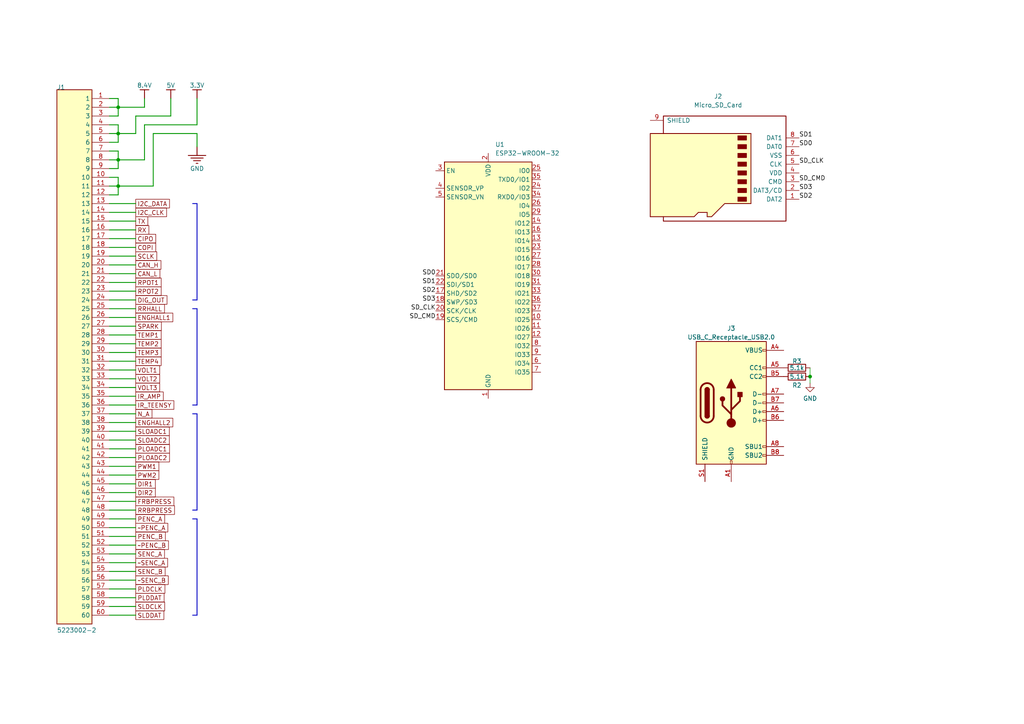
<source format=kicad_sch>
(kicad_sch (version 20230121) (generator eeschema)
  (paper "A4")
  (lib_symbols
    (symbol "Connector:Micro_SD_Card" (pin_names (offset 1.016))
      (property "Reference" "J" (at -16.51 15.24 0))
      (property "Value" "Micro_SD_Card" (at 16.51 15.24 0))
      (symbol "Micro_SD_Card_0_1"
        (rectangle (start -7.62 -9.525) (end -5.08 -10.795) (fill (type outline)))
        (rectangle (start -7.62 -6.985) (end -5.08 -8.255) (fill (type outline)))
        (rectangle (start -7.62 -4.445) (end -5.08 -5.715) (fill (type outline)))
        (rectangle (start -7.62 -1.905) (end -5.08 -3.175) (fill (type outline)))
        (rectangle (start -7.62 0.635) (end -5.08 -0.635) (fill (type outline)))
        (rectangle (start -7.62 3.175) (end -5.08 1.905) (fill (type outline)))
        (rectangle (start -7.62 5.715) (end -5.08 4.445) (fill (type outline)))
        (rectangle (start -7.62 8.255) (end -5.08 6.985) (fill (type outline)))
        (polyline (pts (xy 16.51 12.7) (xy 16.51 13.97) (xy -19.05 13.97) (xy -19.05 -16.51) (xy 16.51 -16.51) (xy 16.51 -11.43)) (stroke (width 0.254)))
        (polyline (pts (xy -8.89 -11.43) (xy -8.89 8.89) (xy -1.27 8.89) (xy 2.54 12.7) (xy 3.81 12.7) (xy 3.81 11.43) (xy 6.35 11.43) (xy 7.62 12.7) (xy 20.32 12.7) (xy 20.32 -11.43) (xy -8.89 -11.43)) (stroke (width 0.254)) (fill (type background)))
      )
      (symbol "Micro_SD_Card_1_1"
        (pin bidirectional line (at -22.86 7.62 0) (length 3.81) (name "DAT2") (number "1"))
        (pin bidirectional line (at -22.86 5.08 0) (length 3.81) (name "DAT3/CD") (number "2"))
        (pin input line (at -22.86 2.54 0) (length 3.81) (name "CMD") (number "3"))
        (pin power_in line (at -22.86 0 0) (length 3.81) (name "VDD") (number "4"))
        (pin input line (at -22.86 -2.54 0) (length 3.81) (name "CLK") (number "5"))
        (pin power_in line (at -22.86 -5.08 0) (length 3.81) (name "VSS") (number "6"))
        (pin bidirectional line (at -22.86 -7.62 0) (length 3.81) (name "DAT0") (number "7"))
        (pin bidirectional line (at -22.86 -10.16 0) (length 3.81) (name "DAT1") (number "8"))
        (pin passive line (at 20.32 -15.24 180) (length 3.81) (name "SHIELD") (number "9"))
      )
    )
    (symbol "Connector:USB_C_Receptacle_USB2.0" (pin_names (offset 1.016))
      (property "Reference" "J" (at -10.16 19.05 0))
      (property "Value" "USB_C_Receptacle_USB2.0" (at 19.05 19.05 0))
      (symbol "USB_C_Receptacle_USB2.0_0_0"
        (rectangle (start -0.254 -17.78) (end 0.254 -16.764))
        (rectangle (start 10.16 -14.986) (end 9.144 -15.494))
        (rectangle (start 10.16 -12.446) (end 9.144 -12.954))
        (rectangle (start 10.16 -4.826) (end 9.144 -5.334))
        (rectangle (start 10.16 -2.286) (end 9.144 -2.794))
        (rectangle (start 10.16 0.254) (end 9.144 -0.254))
        (rectangle (start 10.16 2.794) (end 9.144 2.286))
        (rectangle (start 10.16 7.874) (end 9.144 7.366))
        (rectangle (start 10.16 10.414) (end 9.144 9.906))
        (rectangle (start 10.16 15.494) (end 9.144 14.986))
      )
      (symbol "USB_C_Receptacle_USB2.0_0_1"
        (rectangle (start -10.16 17.78) (end 10.16 -17.78) (stroke (width 0.254)) (fill (type background)))
        (arc (start -8.89 -3.81) (mid -6.985 -5.7067) (end -5.08 -3.81) (stroke (width 0.508)))
        (arc (start -7.62 -3.81) (mid -6.985 -4.4423) (end -6.35 -3.81) (stroke (width 0.254)))
        (arc (start -7.62 -3.81) (mid -6.985 -4.4423) (end -6.35 -3.81) (stroke (width 0.254)) (fill (type outline)))
        (rectangle (start -7.62 -3.81) (end -6.35 3.81) (stroke (width 0.254)) (fill (type outline)))
        (arc (start -6.35 3.81) (mid -6.985 4.4423) (end -7.62 3.81) (stroke (width 0.254)))
        (arc (start -6.35 3.81) (mid -6.985 4.4423) (end -7.62 3.81) (stroke (width 0.254)) (fill (type outline)))
        (arc (start -5.08 3.81) (mid -6.985 5.7067) (end -8.89 3.81) (stroke (width 0.508)))
        (circle (center -2.54 1.143) (radius 0.635) (stroke (width 0.254)) (fill (type outline)))
        (circle (center 0 -5.842) (radius 1.27) (fill (type outline)))
        (polyline (pts (xy -8.89 -3.81) (xy -8.89 3.81)) (stroke (width 0.508)))
        (polyline (pts (xy -5.08 3.81) (xy -5.08 -3.81)) (stroke (width 0.508)))
        (polyline (pts (xy 0 -5.842) (xy 0 4.318)) (stroke (width 0.508)))
        (polyline (pts (xy 0 -3.302) (xy -2.54 -0.762) (xy -2.54 0.508)) (stroke (width 0.508)))
        (polyline (pts (xy 0 -2.032) (xy 2.54 0.508) (xy 2.54 1.778)) (stroke (width 0.508)))
        (polyline (pts (xy -1.27 4.318) (xy 0 6.858) (xy 1.27 4.318) (xy -1.27 4.318)) (stroke (width 0.254)) (fill (type outline)))
        (rectangle (start 1.905 1.778) (end 3.175 3.048) (stroke (width 0.254)) (fill (type outline)))
      )
      (symbol "USB_C_Receptacle_USB2.0_1_1"
        (pin passive line (at 0 -22.86 90) (length 5.08) (name "GND") (number "A1"))
        (pin passive line (at 0 -22.86 90) (length 5.08) hide (name "GND") (number "A12"))
        (pin passive line (at 15.24 15.24 180) (length 5.08) (name "VBUS") (number "A4"))
        (pin bidirectional line (at 15.24 10.16 180) (length 5.08) (name "CC1") (number "A5"))
        (pin bidirectional line (at 15.24 -2.54 180) (length 5.08) (name "D+") (number "A6"))
        (pin bidirectional line (at 15.24 2.54 180) (length 5.08) (name "D-") (number "A7"))
        (pin bidirectional line (at 15.24 -12.7 180) (length 5.08) (name "SBU1") (number "A8"))
        (pin passive line (at 15.24 15.24 180) (length 5.08) hide (name "VBUS") (number "A9"))
        (pin passive line (at 0 -22.86 90) (length 5.08) hide (name "GND") (number "B1"))
        (pin passive line (at 0 -22.86 90) (length 5.08) hide (name "GND") (number "B12"))
        (pin passive line (at 15.24 15.24 180) (length 5.08) hide (name "VBUS") (number "B4"))
        (pin bidirectional line (at 15.24 7.62 180) (length 5.08) (name "CC2") (number "B5"))
        (pin bidirectional line (at 15.24 -5.08 180) (length 5.08) (name "D+") (number "B6"))
        (pin bidirectional line (at 15.24 0 180) (length 5.08) (name "D-") (number "B7"))
        (pin bidirectional line (at 15.24 -15.24 180) (length 5.08) (name "SBU2") (number "B8"))
        (pin passive line (at 15.24 15.24 180) (length 5.08) hide (name "VBUS") (number "B9"))
        (pin passive line (at -7.62 -22.86 90) (length 5.08) (name "SHIELD") (number "S1"))
      )
    )
    (symbol "Device:R" (pin_numbers hide) (pin_names (offset 0))
      (property "Reference" "R" (at 2.032 0 90))
      (property "Value" "R" (at 0 0 90))
      (symbol "R_0_1"
        (rectangle (start -1.016 -2.54) (end 1.016 2.54) (stroke (width 0.254)))
      )
      (symbol "R_1_1"
        (pin passive line (at 0 3.81 270) (length 1.27) (name "~") (number "1"))
        (pin passive line (at 0 -3.81 90) (length 1.27) (name "~") (number "2"))
      )
    )
    (symbol "RF_Module:ESP32-WROOM-32"
      (property "Reference" "U" (at -12.7 34.29 0))
      (property "Value" "ESP32-WROOM-32" (at 1.27 34.29 0))
      (symbol "ESP32-WROOM-32_0_1"
        (rectangle (start -12.7 33.02) (end 12.7 -33.02) (stroke (width 0.254)) (fill (type background)))
      )
      (symbol "ESP32-WROOM-32_1_1"
        (pin power_in line (at 0 -35.56 90) (length 2.54) (name "GND") (number "1"))
        (pin bidirectional line (at 15.24 -12.7 180) (length 2.54) (name "IO25") (number "10"))
        (pin bidirectional line (at 15.24 -15.24 180) (length 2.54) (name "IO26") (number "11"))
        (pin bidirectional line (at 15.24 -17.78 180) (length 2.54) (name "IO27") (number "12"))
        (pin bidirectional line (at 15.24 10.16 180) (length 2.54) (name "IO14") (number "13"))
        (pin bidirectional line (at 15.24 15.24 180) (length 2.54) (name "IO12") (number "14"))
        (pin passive line (at 0 -35.56 90) (length 2.54) hide (name "GND") (number "15"))
        (pin bidirectional line (at 15.24 12.7 180) (length 2.54) (name "IO13") (number "16"))
        (pin bidirectional line (at -15.24 -5.08 0) (length 2.54) (name "SHD/SD2") (number "17"))
        (pin bidirectional line (at -15.24 -7.62 0) (length 2.54) (name "SWP/SD3") (number "18"))
        (pin bidirectional line (at -15.24 -12.7 0) (length 2.54) (name "SCS/CMD") (number "19"))
        (pin power_in line (at 0 35.56 270) (length 2.54) (name "VDD") (number "2"))
        (pin bidirectional line (at -15.24 -10.16 0) (length 2.54) (name "SCK/CLK") (number "20"))
        (pin bidirectional line (at -15.24 0 0) (length 2.54) (name "SDO/SD0") (number "21"))
        (pin bidirectional line (at -15.24 -2.54 0) (length 2.54) (name "SDI/SD1") (number "22"))
        (pin bidirectional line (at 15.24 7.62 180) (length 2.54) (name "IO15") (number "23"))
        (pin bidirectional line (at 15.24 25.4 180) (length 2.54) (name "IO2") (number "24"))
        (pin bidirectional line (at 15.24 30.48 180) (length 2.54) (name "IO0") (number "25"))
        (pin bidirectional line (at 15.24 20.32 180) (length 2.54) (name "IO4") (number "26"))
        (pin bidirectional line (at 15.24 5.08 180) (length 2.54) (name "IO16") (number "27"))
        (pin bidirectional line (at 15.24 2.54 180) (length 2.54) (name "IO17") (number "28"))
        (pin bidirectional line (at 15.24 17.78 180) (length 2.54) (name "IO5") (number "29"))
        (pin input line (at -15.24 30.48 0) (length 2.54) (name "EN") (number "3"))
        (pin bidirectional line (at 15.24 0 180) (length 2.54) (name "IO18") (number "30"))
        (pin bidirectional line (at 15.24 -2.54 180) (length 2.54) (name "IO19") (number "31"))
        (pin no_connect line (at -12.7 -27.94 0) (length 2.54) hide (name "NC") (number "32"))
        (pin bidirectional line (at 15.24 -5.08 180) (length 2.54) (name "IO21") (number "33"))
        (pin bidirectional line (at 15.24 22.86 180) (length 2.54) (name "RXD0/IO3") (number "34"))
        (pin bidirectional line (at 15.24 27.94 180) (length 2.54) (name "TXD0/IO1") (number "35"))
        (pin bidirectional line (at 15.24 -7.62 180) (length 2.54) (name "IO22") (number "36"))
        (pin bidirectional line (at 15.24 -10.16 180) (length 2.54) (name "IO23") (number "37"))
        (pin passive line (at 0 -35.56 90) (length 2.54) hide (name "GND") (number "38"))
        (pin passive line (at 0 -35.56 90) (length 2.54) hide (name "GND") (number "39"))
        (pin input line (at -15.24 25.4 0) (length 2.54) (name "SENSOR_VP") (number "4"))
        (pin input line (at -15.24 22.86 0) (length 2.54) (name "SENSOR_VN") (number "5"))
        (pin input line (at 15.24 -25.4 180) (length 2.54) (name "IO34") (number "6"))
        (pin input line (at 15.24 -27.94 180) (length 2.54) (name "IO35") (number "7"))
        (pin bidirectional line (at 15.24 -20.32 180) (length 2.54) (name "IO32") (number "8"))
        (pin bidirectional line (at 15.24 -22.86 180) (length 2.54) (name "IO33") (number "9"))
      )
    )
    (symbol "power:GND" (power) (pin_names (offset 0))
      (property "Value" "GND" (at 0 -3.81 0))
      (symbol "GND_0_1"
        (polyline (pts (xy 0 0) (xy 0 -1.27) (xy 1.27 -1.27) (xy 0 -2.54) (xy -1.27 -1.27) (xy 0 -1.27)))
      )
      (symbol "GND_1_1"
        (pin power_in line (at 0 0 270) (length 0) hide (name "GND") (number "1"))
      )
    )
    (symbol "semiactive-altium-import:0_mirrored_5223002-2"
      (property "Value" "0_mirrored_5223002-2" (at 0 0 0))
      (symbol "0_mirrored_5223002-2_1_0"
        (rectangle (start 5.08 78.74) (end -5.08 -76.2) (stroke (width 0.254)) (fill (type background)))
        (pin passive line (at 10.16 76.2 180) (length 5.08) (name "1") (number "1"))
        (pin passive line (at 10.16 53.34 180) (length 5.08) (name "10") (number "10"))
        (pin passive line (at 10.16 50.8 180) (length 5.08) (name "11") (number "11"))
        (pin passive line (at 10.16 48.26 180) (length 5.08) (name "12") (number "12"))
        (pin passive line (at 10.16 45.72 180) (length 5.08) (name "13") (number "13"))
        (pin passive line (at 10.16 43.18 180) (length 5.08) (name "14") (number "14"))
        (pin passive line (at 10.16 40.64 180) (length 5.08) (name "15") (number "15"))
        (pin passive line (at 10.16 38.1 180) (length 5.08) (name "16") (number "16"))
        (pin passive line (at 10.16 35.56 180) (length 5.08) (name "17") (number "17"))
        (pin passive line (at 10.16 33.02 180) (length 5.08) (name "18") (number "18"))
        (pin passive line (at 10.16 30.48 180) (length 5.08) (name "19") (number "19"))
        (pin passive line (at 10.16 73.66 180) (length 5.08) (name "2") (number "2"))
        (pin passive line (at 10.16 27.94 180) (length 5.08) (name "20") (number "20"))
        (pin passive line (at 10.16 25.4 180) (length 5.08) (name "21") (number "21"))
        (pin passive line (at 10.16 22.86 180) (length 5.08) (name "22") (number "22"))
        (pin passive line (at 10.16 20.32 180) (length 5.08) (name "23") (number "23"))
        (pin passive line (at 10.16 17.78 180) (length 5.08) (name "24") (number "24"))
        (pin passive line (at 10.16 15.24 180) (length 5.08) (name "25") (number "25"))
        (pin passive line (at 10.16 12.7 180) (length 5.08) (name "26") (number "26"))
        (pin passive line (at 10.16 10.16 180) (length 5.08) (name "27") (number "27"))
        (pin passive line (at 10.16 7.62 180) (length 5.08) (name "28") (number "28"))
        (pin passive line (at 10.16 5.08 180) (length 5.08) (name "29") (number "29"))
        (pin passive line (at 10.16 71.12 180) (length 5.08) (name "3") (number "3"))
        (pin passive line (at 10.16 2.54 180) (length 5.08) (name "30") (number "30"))
        (pin passive line (at 10.16 0 180) (length 5.08) (name "31") (number "31"))
        (pin passive line (at 10.16 -2.54 180) (length 5.08) (name "32") (number "32"))
        (pin passive line (at 10.16 -5.08 180) (length 5.08) (name "33") (number "33"))
        (pin passive line (at 10.16 -7.62 180) (length 5.08) (name "34") (number "34"))
        (pin passive line (at 10.16 -10.16 180) (length 5.08) (name "35") (number "35"))
        (pin passive line (at 10.16 -12.7 180) (length 5.08) (name "36") (number "36"))
        (pin passive line (at 10.16 -15.24 180) (length 5.08) (name "37") (number "37"))
        (pin passive line (at 10.16 -17.78 180) (length 5.08) (name "38") (number "38"))
        (pin passive line (at 10.16 -20.32 180) (length 5.08) (name "39") (number "39"))
        (pin passive line (at 10.16 68.58 180) (length 5.08) (name "4") (number "4"))
        (pin passive line (at 10.16 -22.86 180) (length 5.08) (name "40") (number "40"))
        (pin passive line (at 10.16 -25.4 180) (length 5.08) (name "41") (number "41"))
        (pin passive line (at 10.16 -27.94 180) (length 5.08) (name "42") (number "42"))
        (pin passive line (at 10.16 -30.48 180) (length 5.08) (name "43") (number "43"))
        (pin passive line (at 10.16 -33.02 180) (length 5.08) (name "44") (number "44"))
        (pin passive line (at 10.16 -35.56 180) (length 5.08) (name "45") (number "45"))
        (pin passive line (at 10.16 -38.1 180) (length 5.08) (name "46") (number "46"))
        (pin passive line (at 10.16 -40.64 180) (length 5.08) (name "47") (number "47"))
        (pin passive line (at 10.16 -43.18 180) (length 5.08) (name "48") (number "48"))
        (pin passive line (at 10.16 -45.72 180) (length 5.08) (name "49") (number "49"))
        (pin passive line (at 10.16 66.04 180) (length 5.08) (name "5") (number "5"))
        (pin passive line (at 10.16 -48.26 180) (length 5.08) (name "50") (number "50"))
        (pin passive line (at 10.16 -50.8 180) (length 5.08) (name "51") (number "51"))
        (pin passive line (at 10.16 -53.34 180) (length 5.08) (name "52") (number "52"))
        (pin passive line (at 10.16 -55.88 180) (length 5.08) (name "53") (number "53"))
        (pin passive line (at 10.16 -58.42 180) (length 5.08) (name "54") (number "54"))
        (pin passive line (at 10.16 -60.96 180) (length 5.08) (name "55") (number "55"))
        (pin passive line (at 10.16 -63.5 180) (length 5.08) (name "56") (number "56"))
        (pin passive line (at 10.16 -66.04 180) (length 5.08) (name "57") (number "57"))
        (pin passive line (at 10.16 -68.58 180) (length 5.08) (name "58") (number "58"))
        (pin passive line (at 10.16 -71.12 180) (length 5.08) (name "59") (number "59"))
        (pin passive line (at 10.16 63.5 180) (length 5.08) (name "6") (number "6"))
        (pin passive line (at 10.16 -73.66 180) (length 5.08) (name "60") (number "60"))
        (pin passive line (at 10.16 60.96 180) (length 5.08) (name "7") (number "7"))
        (pin passive line (at 10.16 58.42 180) (length 5.08) (name "8") (number "8"))
        (pin passive line (at 10.16 55.88 180) (length 5.08) (name "9") (number "9"))
      )
    )
    (symbol "semiactive-altium-import:3.3V" (power)
      (property "Reference" "#PWR" (at 0 0 0))
      (property "Value" "3.3V" (at 0 3.81 0))
      (symbol "3.3V_0_0"
        (polyline (pts (xy -1.27 -2.54) (xy 1.27 -2.54)) (stroke (width 0.254)))
        (polyline (pts (xy 0 0) (xy 0 -2.54)) (stroke (width 0.254)))
        (pin power_in line (at 0 0 0) (length 0) hide (name "3.3V") (number ""))
      )
    )
    (symbol "semiactive-altium-import:5V" (power)
      (property "Reference" "#PWR" (at 0 0 0))
      (property "Value" "5V" (at 0 3.81 0))
      (symbol "5V_0_0"
        (polyline (pts (xy -1.27 -2.54) (xy 1.27 -2.54)) (stroke (width 0.254)))
        (polyline (pts (xy 0 0) (xy 0 -2.54)) (stroke (width 0.254)))
        (pin power_in line (at 0 0 0) (length 0) hide (name "5V") (number ""))
      )
    )
    (symbol "semiactive-altium-import:8.4V" (power)
      (property "Reference" "#PWR" (at 0 0 0))
      (property "Value" "8.4V" (at 0 3.81 0))
      (symbol "8.4V_0_0"
        (polyline (pts (xy -1.27 -2.54) (xy 1.27 -2.54)) (stroke (width 0.254)))
        (polyline (pts (xy 0 0) (xy 0 -2.54)) (stroke (width 0.254)))
        (pin power_in line (at 0 0 0) (length 0) hide (name "8.4V") (number ""))
      )
    )
    (symbol "semiactive-altium-import:GND" (power)
      (property "Reference" "#PWR" (at 0 0 0))
      (property "Value" "GND" (at 0 6.35 0))
      (symbol "GND_0_0"
        (polyline (pts (xy -2.54 -2.54) (xy 2.54 -2.54)) (stroke (width 0.254)))
        (polyline (pts (xy -1.778 -3.302) (xy 1.778 -3.302)) (stroke (width 0.254)))
        (polyline (pts (xy -1.016 -4.064) (xy 1.016 -4.064)) (stroke (width 0.254)))
        (polyline (pts (xy -0.254 -4.826) (xy 0.254 -4.826)) (stroke (width 0.254)))
        (polyline (pts (xy 0 0) (xy 0 -2.54)) (stroke (width 0.254)))
        (pin power_in line (at 0 0 0) (length 0) hide (name "GND") (number ""))
      )
    )
  )
  (junction (at 34.29 46.355))
  (junction (at 34.29 31.115))
  (junction (at 234.95 109.22))
  (junction (at 34.29 53.975))
  (junction (at 34.29 38.735))
  (wire (pts (xy 39.37 97.155) (xy 31.75 97.155)) (stroke (width 0.254)))
  (wire (pts (xy 39.37 71.755) (xy 31.75 71.755)) (stroke (width 0.254)))
  (polyline (pts (xy 57.15 86.995) (xy 55.88 86.995)) (stroke (width 0.254) (type solid)))
  (wire (pts (xy 44.45 38.735) (xy 57.15 38.735)) (stroke (width 0.254)))
  (wire (pts (xy 31.75 140.335) (xy 39.37 140.335)) (stroke (width 0.254)))
  (wire (pts (xy 39.37 127.635) (xy 31.75 127.635)) (stroke (width 0.254)))
  (polyline (pts (xy 57.15 150.495) (xy 57.15 178.435)) (stroke (width 0.254) (type solid)))
  (wire (pts (xy 31.75 56.515) (xy 34.29 56.515)) (stroke (width 0.254)))
  (polyline (pts (xy 57.15 89.535) (xy 57.15 117.475)) (stroke (width 0.254) (type solid)))
  (wire (pts (xy 39.37 107.315) (xy 31.75 107.315)) (stroke (width 0.254)))
  (wire (pts (xy 44.45 53.975) (xy 44.45 38.735)) (stroke (width 0.254)))
  (wire (pts (xy 39.37 163.195) (xy 31.75 163.195)) (stroke (width 0.254)))
  (wire (pts (xy 34.29 51.435) (xy 31.75 51.435)) (stroke (width 0.254)))
  (wire (pts (xy 39.37 132.715) (xy 31.75 132.715)) (stroke (width 0.254)))
  (wire (pts (xy 34.29 28.575) (xy 31.75 28.575)) (stroke (width 0.254)))
  (wire (pts (xy 234.95 109.22) (xy 234.95 111.125)))
  (wire (pts (xy 39.37 114.935) (xy 31.75 114.935)) (stroke (width 0.254)))
  (wire (pts (xy 39.37 102.235) (xy 31.75 102.235)) (stroke (width 0.254)))
  (wire (pts (xy 31.75 36.195) (xy 34.29 36.195)) (stroke (width 0.254)))
  (wire (pts (xy 31.75 135.255) (xy 39.37 135.255)) (stroke (width 0.254)))
  (wire (pts (xy 39.37 130.175) (xy 31.75 130.175)) (stroke (width 0.254)))
  (wire (pts (xy 31.75 31.115) (xy 34.29 31.115)) (stroke (width 0.254)))
  (wire (pts (xy 39.37 74.295) (xy 31.75 74.295)) (stroke (width 0.254)))
  (wire (pts (xy 34.29 46.355) (xy 34.29 48.895)) (stroke (width 0.254)))
  (wire (pts (xy 39.37 86.995) (xy 31.75 86.995)) (stroke (width 0.254)))
  (wire (pts (xy 34.29 38.735) (xy 39.37 38.735)) (stroke (width 0.254)))
  (wire (pts (xy 39.37 122.555) (xy 31.75 122.555)) (stroke (width 0.254)))
  (wire (pts (xy 39.37 153.035) (xy 31.75 153.035)) (stroke (width 0.254)))
  (wire (pts (xy 34.29 56.515) (xy 34.29 53.975)) (stroke (width 0.254)))
  (polyline (pts (xy 57.15 117.475) (xy 55.88 117.475)) (stroke (width 0.254) (type solid)))
  (wire (pts (xy 31.75 173.355) (xy 39.37 173.355)) (stroke (width 0.254)))
  (wire (pts (xy 234.95 106.68) (xy 234.95 109.22)))
  (wire (pts (xy 49.53 33.655) (xy 49.53 28.575)) (stroke (width 0.254)))
  (wire (pts (xy 34.29 53.975) (xy 31.75 53.975)) (stroke (width 0.254)))
  (wire (pts (xy 39.37 69.215) (xy 31.75 69.215)) (stroke (width 0.254)))
  (wire (pts (xy 34.29 41.275) (xy 31.75 41.275)) (stroke (width 0.254)))
  (wire (pts (xy 39.37 61.595) (xy 31.75 61.595)) (stroke (width 0.254)))
  (wire (pts (xy 34.29 33.655) (xy 31.75 33.655)) (stroke (width 0.254)))
  (polyline (pts (xy 57.15 59.055) (xy 55.88 59.055)) (stroke (width 0.254) (type solid)))
  (wire (pts (xy 39.37 145.415) (xy 31.75 145.415)) (stroke (width 0.254)))
  (wire (pts (xy 39.37 79.375) (xy 31.75 79.375)) (stroke (width 0.254)))
  (polyline (pts (xy 57.15 120.015) (xy 55.88 120.015)) (stroke (width 0.254) (type solid)))
  (wire (pts (xy 34.29 43.815) (xy 34.29 46.355)) (stroke (width 0.254)))
  (wire (pts (xy 41.91 46.355) (xy 41.91 36.195)) (stroke (width 0.254)))
  (wire (pts (xy 39.37 81.915) (xy 31.75 81.915)) (stroke (width 0.254)))
  (wire (pts (xy 39.37 165.735) (xy 31.75 165.735)) (stroke (width 0.254)))
  (wire (pts (xy 39.37 155.575) (xy 31.75 155.575)) (stroke (width 0.254)))
  (wire (pts (xy 31.75 43.815) (xy 34.29 43.815)) (stroke (width 0.254)))
  (wire (pts (xy 39.37 158.115) (xy 31.75 158.115)) (stroke (width 0.254)))
  (wire (pts (xy 34.29 31.115) (xy 34.29 33.655)) (stroke (width 0.254)))
  (wire (pts (xy 34.29 53.975) (xy 44.45 53.975)) (stroke (width 0.254)))
  (wire (pts (xy 31.75 178.435) (xy 39.37 178.435)) (stroke (width 0.254)))
  (wire (pts (xy 41.91 31.115) (xy 41.91 28.575)) (stroke (width 0.254)))
  (polyline (pts (xy 57.15 120.015) (xy 57.15 147.955)) (stroke (width 0.254) (type solid)))
  (wire (pts (xy 34.29 38.735) (xy 34.29 41.275)) (stroke (width 0.254)))
  (wire (pts (xy 39.37 125.095) (xy 31.75 125.095)) (stroke (width 0.254)))
  (wire (pts (xy 39.37 168.275) (xy 31.75 168.275)) (stroke (width 0.254)))
  (wire (pts (xy 39.37 64.135) (xy 31.75 64.135)) (stroke (width 0.254)))
  (polyline (pts (xy 57.15 178.435) (xy 55.88 178.435)) (stroke (width 0.254) (type solid)))
  (wire (pts (xy 39.37 160.655) (xy 31.75 160.655)) (stroke (width 0.254)))
  (wire (pts (xy 39.37 99.695) (xy 31.75 99.695)) (stroke (width 0.254)))
  (wire (pts (xy 39.37 38.735) (xy 39.37 33.655)) (stroke (width 0.254)))
  (wire (pts (xy 57.15 38.735) (xy 57.15 42.545)) (stroke (width 0.254)))
  (wire (pts (xy 34.29 36.195) (xy 34.29 38.735)) (stroke (width 0.254)))
  (wire (pts (xy 41.91 36.195) (xy 57.15 36.195)) (stroke (width 0.254)))
  (wire (pts (xy 39.37 150.495) (xy 31.75 150.495)) (stroke (width 0.254)))
  (wire (pts (xy 39.37 104.775) (xy 31.75 104.775)) (stroke (width 0.254)))
  (wire (pts (xy 39.37 66.675) (xy 31.75 66.675)) (stroke (width 0.254)))
  (wire (pts (xy 31.75 120.015) (xy 39.37 120.015)) (stroke (width 0.254)))
  (wire (pts (xy 39.37 84.455) (xy 31.75 84.455)) (stroke (width 0.254)))
  (wire (pts (xy 34.29 46.355) (xy 31.75 46.355)) (stroke (width 0.254)))
  (wire (pts (xy 39.37 147.955) (xy 31.75 147.955)) (stroke (width 0.254)))
  (wire (pts (xy 39.37 142.875) (xy 31.75 142.875)) (stroke (width 0.254)))
  (wire (pts (xy 34.29 46.355) (xy 41.91 46.355)) (stroke (width 0.254)))
  (wire (pts (xy 34.29 38.735) (xy 31.75 38.735)) (stroke (width 0.254)))
  (wire (pts (xy 39.37 112.395) (xy 31.75 112.395)) (stroke (width 0.254)))
  (wire (pts (xy 34.29 31.115) (xy 34.29 28.575)) (stroke (width 0.254)))
  (wire (pts (xy 57.15 36.195) (xy 57.15 28.575)) (stroke (width 0.254)))
  (wire (pts (xy 34.29 31.115) (xy 41.91 31.115)) (stroke (width 0.254)))
  (wire (pts (xy 39.37 59.055) (xy 31.75 59.055)) (stroke (width 0.254)))
  (polyline (pts (xy 57.15 59.055) (xy 57.15 86.995)) (stroke (width 0.254) (type solid)))
  (polyline (pts (xy 57.15 89.535) (xy 55.88 89.535)) (stroke (width 0.254) (type solid)))
  (wire (pts (xy 39.37 92.075) (xy 31.75 92.075)) (stroke (width 0.254)))
  (wire (pts (xy 31.75 175.895) (xy 39.37 175.895)) (stroke (width 0.254)))
  (wire (pts (xy 39.37 109.855) (xy 31.75 109.855)) (stroke (width 0.254)))
  (wire (pts (xy 39.37 33.655) (xy 49.53 33.655)) (stroke (width 0.254)))
  (wire (pts (xy 34.29 53.975) (xy 34.29 51.435)) (stroke (width 0.254)))
  (wire (pts (xy 39.37 117.475) (xy 31.75 117.475)) (stroke (width 0.254)))
  (wire (pts (xy 34.29 48.895) (xy 31.75 48.895)) (stroke (width 0.254)))
  (polyline (pts (xy 57.15 147.955) (xy 55.88 147.955)) (stroke (width 0.254) (type solid)))
  (wire (pts (xy 39.37 94.615) (xy 31.75 94.615)) (stroke (width 0.254)))
  (wire (pts (xy 31.75 170.815) (xy 39.37 170.815)) (stroke (width 0.254)))
  (polyline (pts (xy 57.15 150.495) (xy 55.88 150.495)) (stroke (width 0.254) (type solid)))
  (wire (pts (xy 39.37 76.835) (xy 31.75 76.835)) (stroke (width 0.254)))
  (wire (pts (xy 31.75 137.795) (xy 39.37 137.795)) (stroke (width 0.254)))
  (wire (pts (xy 39.37 89.535) (xy 31.75 89.535)) (stroke (width 0.254)))
  (label "SD_CLK" (at 126.365 90.17 180))
  (label "SD0" (at 126.365 80.01 180))
  (label "SD_CMD" (at 126.365 92.71 180))
  (label "SD2" (at 231.775 57.785 0))
  (label "SD3" (at 231.775 55.245 0))
  (label "SD3" (at 126.365 87.63 180))
  (label "SD0" (at 231.775 42.545 0))
  (label "SD_CMD" (at 231.775 52.705 0))
  (label "SD1" (at 126.365 82.55 180))
  (label "SD_CLK" (at 231.775 47.625 0))
  (label "SD1" (at 231.775 40.005 0))
  (label "SD2" (at 126.365 85.09 180))
  (global_label "CAN_L" (shape passive) (at 39.37 79.375 0) (property "Intersheetrefs" "${INTERSHEET_REFS}" (effects hide)))
  (global_label "SLDDAT" (shape passive) (at 39.37 178.435 0) (property "Intersheetrefs" "${INTERSHEET_REFS}" (effects hide)))
  (global_label "I2C_DATA" (shape passive) (at 39.37 59.055 0) (property "Intersheetrefs" "${INTERSHEET_REFS}" (effects hide)))
  (global_label "I2C_CLK" (shape passive) (at 39.37 61.595 0) (property "Intersheetrefs" "${INTERSHEET_REFS}" (effects hide)))
  (global_label "CIPO" (shape passive) (at 39.37 69.215 0) (property "Intersheetrefs" "${INTERSHEET_REFS}" (effects hide)))
  (global_label "PENC_A" (shape passive) (at 39.37 150.495 0) (property "Intersheetrefs" "${INTERSHEET_REFS}" (effects hide)))
  (global_label "TX" (shape passive) (at 39.37 64.135 0) (property "Intersheetrefs" "${INTERSHEET_REFS}" (effects hide)))
  (global_label "DIR1" (shape passive) (at 39.37 140.335 0) (property "Intersheetrefs" "${INTERSHEET_REFS}" (effects hide)))
  (global_label "VOLT1" (shape passive) (at 39.37 107.315 0) (property "Intersheetrefs" "${INTERSHEET_REFS}" (effects hide)))
  (global_label "VOLT3" (shape passive) (at 39.37 112.395 0) (property "Intersheetrefs" "${INTERSHEET_REFS}" (effects hide)))
  (global_label "PWM2" (shape passive) (at 39.37 137.795 0) (property "Intersheetrefs" "${INTERSHEET_REFS}" (effects hide)))
  (global_label "DIG_OUT" (shape passive) (at 39.37 86.995 0) (property "Intersheetrefs" "${INTERSHEET_REFS}" (effects hide)))
  (global_label "~SENC_B" (shape passive) (at 39.37 168.275 0) (property "Intersheetrefs" "${INTERSHEET_REFS}" (effects hide)))
  (global_label "IR_AMP" (shape passive) (at 39.37 114.935 0) (property "Intersheetrefs" "${INTERSHEET_REFS}" (effects hide)))
  (global_label "PENC_B" (shape passive) (at 39.37 155.575 0) (property "Intersheetrefs" "${INTERSHEET_REFS}" (effects hide)))
  (global_label "SLOADC2" (shape passive) (at 39.37 127.635 0) (property "Intersheetrefs" "${INTERSHEET_REFS}" (effects hide)))
  (global_label "TEMP2" (shape passive) (at 39.37 99.695 0) (property "Intersheetrefs" "${INTERSHEET_REFS}" (effects hide)))
  (global_label "TEMP4" (shape passive) (at 39.37 104.775 0) (property "Intersheetrefs" "${INTERSHEET_REFS}" (effects hide)))
  (global_label "SENC_A" (shape passive) (at 39.37 160.655 0) (property "Intersheetrefs" "${INTERSHEET_REFS}" (effects hide)))
  (global_label "PLDDAT" (shape passive) (at 39.37 173.355 0) (property "Intersheetrefs" "${INTERSHEET_REFS}" (effects hide)))
  (global_label "N_A" (shape passive) (at 39.37 120.015 0) (property "Intersheetrefs" "${INTERSHEET_REFS}" (effects hide)))
  (global_label "DIR2" (shape passive) (at 39.37 142.875 0) (property "Intersheetrefs" "${INTERSHEET_REFS}" (effects hide)))
  (global_label "RPOT1" (shape passive) (at 39.37 81.915 0) (property "Intersheetrefs" "${INTERSHEET_REFS}" (effects hide)))
  (global_label "SENC_B" (shape passive) (at 39.37 165.735 0) (property "Intersheetrefs" "${INTERSHEET_REFS}" (effects hide)))
  (global_label "~PENC_B" (shape passive) (at 39.37 158.115 0) (property "Intersheetrefs" "${INTERSHEET_REFS}" (effects hide)))
  (global_label "COPI" (shape passive) (at 39.37 71.755 0) (property "Intersheetrefs" "${INTERSHEET_REFS}" (effects hide)))
  (global_label "IR_TEENSY" (shape passive) (at 39.37 117.475 0) (property "Intersheetrefs" "${INTERSHEET_REFS}" (effects hide)))
  (global_label "~PENC_A" (shape passive) (at 39.37 153.035 0) (property "Intersheetrefs" "${INTERSHEET_REFS}" (effects hide)))
  (global_label "ENGHALL2" (shape passive) (at 39.37 122.555 0) (property "Intersheetrefs" "${INTERSHEET_REFS}" (effects hide)))
  (global_label "SLOADC1" (shape passive) (at 39.37 125.095 0) (property "Intersheetrefs" "${INTERSHEET_REFS}" (effects hide)))
  (global_label "FRBPRESS" (shape passive) (at 39.37 145.415 0) (property "Intersheetrefs" "${INTERSHEET_REFS}" (effects hide)))
  (global_label "~SENC_A" (shape passive) (at 39.37 163.195 0) (property "Intersheetrefs" "${INTERSHEET_REFS}" (effects hide)))
  (global_label "ENGHALL1" (shape passive) (at 39.37 92.075 0) (property "Intersheetrefs" "${INTERSHEET_REFS}" (effects hide)))
  (global_label "TEMP1" (shape passive) (at 39.37 97.155 0) (property "Intersheetrefs" "${INTERSHEET_REFS}" (effects hide)))
  (global_label "VOLT2" (shape passive) (at 39.37 109.855 0) (property "Intersheetrefs" "${INTERSHEET_REFS}" (effects hide)))
  (global_label "RRHALL" (shape passive) (at 39.37 89.535 0) (property "Intersheetrefs" "${INTERSHEET_REFS}" (effects hide)))
  (global_label "CAN_H" (shape passive) (at 39.37 76.835 0) (property "Intersheetrefs" "${INTERSHEET_REFS}" (effects hide)))
  (global_label "RPOT2" (shape passive) (at 39.37 84.455 0) (property "Intersheetrefs" "${INTERSHEET_REFS}" (effects hide)))
  (global_label "TEMP3" (shape passive) (at 39.37 102.235 0) (property "Intersheetrefs" "${INTERSHEET_REFS}" (effects hide)))
  (global_label "PLOADC1" (shape passive) (at 39.37 130.175 0) (property "Intersheetrefs" "${INTERSHEET_REFS}" (effects hide)))
  (global_label "RX" (shape passive) (at 39.37 66.675 0) (property "Intersheetrefs" "${INTERSHEET_REFS}" (effects hide)))
  (global_label "SCLK" (shape passive) (at 39.37 74.295 0) (property "Intersheetrefs" "${INTERSHEET_REFS}" (effects hide)))
  (global_label "PWM1" (shape passive) (at 39.37 135.255 0) (property "Intersheetrefs" "${INTERSHEET_REFS}" (effects hide)))
  (global_label "RRBPRESS" (shape passive) (at 39.37 147.955 0) (property "Intersheetrefs" "${INTERSHEET_REFS}" (effects hide)))
  (global_label "SPARK" (shape passive) (at 39.37 94.615 0) (property "Intersheetrefs" "${INTERSHEET_REFS}" (effects hide)))
  (global_label "SLDCLK" (shape passive) (at 39.37 175.895 0) (property "Intersheetrefs" "${INTERSHEET_REFS}" (effects hide)))
  (global_label "PLDCLK" (shape passive) (at 39.37 170.815 0) (property "Intersheetrefs" "${INTERSHEET_REFS}" (effects hide)))
  (global_label "PLOADC2" (shape passive) (at 39.37 132.715 0) (property "Intersheetrefs" "${INTERSHEET_REFS}" (effects hide)))
  (symbol (lib_id "RF_Module:ESP32-WROOM-32") (at 141.605 80.01 0) (unit 1)
    (property "Reference" "U1" (at 143.6244 41.91 0) (effects (justify left)))
    (property "Value" "ESP32-WROOM-32" (at 143.6244 44.45 0) (effects (justify left)))
    (property "Footprint" "RF_Module:ESP32-WROOM-32" (effects hide))
    (property "Datasheet" "https://www.espressif.com/sites/default/files/documentation/esp32-wroom-32_datasheet_en.pdf" (effects hide))
  )
  (symbol (lib_id "semiactive-altium-import:8.4V") (at 41.91 28.575 180) (unit 1)
    (property "Reference" "#PWR01" (effects hide))
    (property "Value" "8.4V" (at 41.91 24.765 0))
  )
  (symbol (lib_id "semiactive-altium-import:GND") (at 57.15 42.545 0) (unit 1)
    (property "Reference" "#PWR04" (effects hide))
    (property "Value" "GND" (at 57.15 48.895 0))
  )
  (symbol (lib_id "Connector:USB_C_Receptacle_USB2.0") (at 212.09 116.84 0) (unit 1)
    (property "Reference" "J3" (at 212.09 95.25 0))
    (property "Value" "USB_C_Receptacle_USB2.0" (at 212.09 97.79 0))
    (property "Datasheet" "https://www.usb.org/sites/default/files/documents/usb_type-c.zip" (effects hide))
  )
  (symbol (lib_id "power:GND") (at 234.95 111.125 0) (unit 1)
    (property "Reference" "#PWR05" (effects hide))
    (property "Value" "GND" (at 234.95 115.57 0))
  )
  (symbol (lib_id "Device:R") (at 231.14 106.68 90) (unit 1)
    (property "Reference" "R3" (at 231.14 104.775 90))
    (property "Value" "5.1k" (at 231.14 106.68 90))
  )
  (symbol (lib_id "semiactive-altium-import:5V") (at 49.53 28.575 180) (unit 1)
    (property "Reference" "#PWR02" (effects hide))
    (property "Value" "5V" (at 49.53 24.765 0))
  )
  (symbol (lib_id "semiactive-altium-import:3.3V") (at 57.15 28.575 180) (unit 1)
    (property "Reference" "#PWR03" (effects hide))
    (property "Value" "3.3V" (at 57.15 24.765 0))
  )
  (symbol (lib_id "Connector:Micro_SD_Card") (at 208.915 50.165 180) (unit 1)
    (property "Reference" "J2" (at 208.28 27.94 0))
    (property "Value" "Micro_SD_Card" (at 208.28 30.48 0))
    (property "Footprint" "Connector_Card:microSD_HC_Hirose_DM3AT-SF-PEJM5" (effects hide))
    (property "Datasheet" "http://katalog.we-online.de/em/datasheet/693072010801.pdf" (effects hide))
  )
  (symbol (lib_id "Device:R") (at 231.14 109.22 90) (unit 1)
    (property "Reference" "R2" (at 231.14 111.76 90))
    (property "Value" "5.1k" (at 231.14 109.22 90))
  )
  (symbol (lib_id "semiactive-altium-import:0_mirrored_5223002-2") (at 21.59 104.775 0) (unit 1)
    (property "Reference" "J1" (at 16.51 26.035 0) (effects (justify left bottom)))
    (property "Value" "5223002-2" (at 16.51 183.515 0) (effects (justify left bottom)))
    (property "Footprint" "!footprints:52230042" (effects hide))
    (property "PACKAGE" "None" (effects hide))
    (property "PRICE" "None" (effects hide))
    (property "ALTIUM_VALUE" "*" (effects hide))
    (property "MP" "5223002-2" (effects hide))
    (property "AVAILABILITY" "Unavailable" (effects hide))
  )
)
</source>
